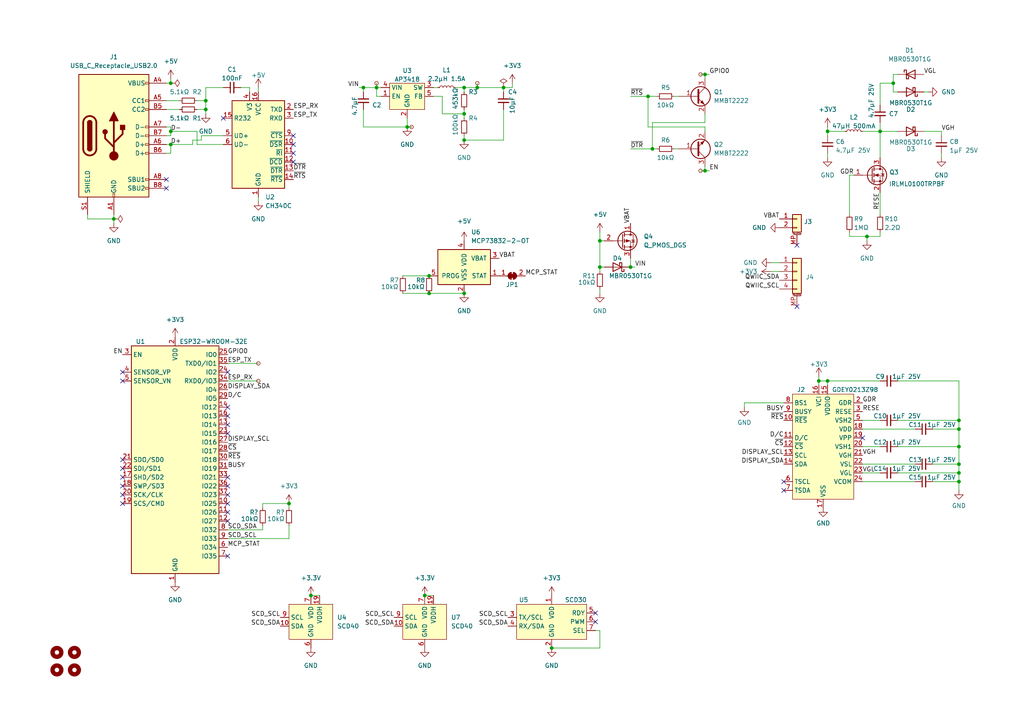
<source format=kicad_sch>
(kicad_sch (version 20211123) (generator eeschema)
  (paper "A4")
  (lib_symbols
    (symbol "Battery_Management:MCP73832-2-OT" (pin_names (offset 1.016))
      (property "Reference" "U" (at -7.62 6.35 0))
      (property "Value" "MCP73832-2-OT" (at 1.27 6.35 0))
      (symbol "MCP73832-2-OT_1_1"
        (pin output line (at 10.16 -2.54 180) (length 2.54) (name "STAT") (number "1"))
        (pin power_in line (at 0 -7.62 90) (length 2.54) (name "VSS") (number "2"))
        (pin power_out line (at 10.16 2.54 180) (length 2.54) (name "VBAT") (number "3"))
        (pin power_in line (at 0 7.62 270) (length 2.54) (name "VDD") (number "4"))
        (pin input line (at -10.16 -2.54 0) (length 2.54) (name "PROG") (number "5"))
      )
    )
    (symbol "Connector:TestPoint_Small" (pin_numbers hide) (pin_names (offset 0.762) hide)
      (property "Reference" "TP" (at 0 3.81 0))
      (property "Value" "TestPoint_Small" (at 0 2.032 0))
      (symbol "TestPoint_Small_1_1"
        (pin passive line (at 0 0 90) (length 0) (name "1") (number "1"))
      )
    )
    (symbol "Connector:USB_C_Receptacle_USB2.0" (pin_names (offset 1.016))
      (property "Reference" "J" (at -10.16 19.05 0))
      (property "Value" "USB_C_Receptacle_USB2.0" (at 19.05 19.05 0))
      (symbol "USB_C_Receptacle_USB2.0_1_1"
        (pin passive line (at 0 -22.86 90) (length 5.08) (name "GND") (number "A1"))
        (pin passive line (at 0 -22.86 90) (length 5.08) hide (name "GND") (number "A12"))
        (pin passive line (at 15.24 15.24 180) (length 5.08) (name "VBUS") (number "A4"))
        (pin bidirectional line (at 15.24 10.16 180) (length 5.08) (name "CC1") (number "A5"))
        (pin bidirectional line (at 15.24 -2.54 180) (length 5.08) (name "D+") (number "A6"))
        (pin bidirectional line (at 15.24 2.54 180) (length 5.08) (name "D-") (number "A7"))
        (pin bidirectional line (at 15.24 -12.7 180) (length 5.08) (name "SBU1") (number "A8"))
        (pin passive line (at 15.24 15.24 180) (length 5.08) hide (name "VBUS") (number "A9"))
        (pin passive line (at 0 -22.86 90) (length 5.08) hide (name "GND") (number "B1"))
        (pin passive line (at 0 -22.86 90) (length 5.08) hide (name "GND") (number "B12"))
        (pin passive line (at 15.24 15.24 180) (length 5.08) hide (name "VBUS") (number "B4"))
        (pin bidirectional line (at 15.24 7.62 180) (length 5.08) (name "CC2") (number "B5"))
        (pin bidirectional line (at 15.24 -5.08 180) (length 5.08) (name "D+") (number "B6"))
        (pin bidirectional line (at 15.24 0 180) (length 5.08) (name "D-") (number "B7"))
        (pin bidirectional line (at 15.24 -15.24 180) (length 5.08) (name "SBU2") (number "B8"))
        (pin passive line (at 15.24 15.24 180) (length 5.08) hide (name "VBUS") (number "B9"))
        (pin passive line (at -7.62 -22.86 90) (length 5.08) (name "SHIELD") (number "S1"))
      )
    )
    (symbol "Connector_Generic_MountingPin:Conn_01x02_MountingPin" (pin_names (offset 1.016) hide)
      (property "Reference" "J" (at 0 2.54 0))
      (property "Value" "Conn_01x02_MountingPin" (at 1.27 -5.08 0))
      (symbol "Conn_01x02_MountingPin_1_1"
        (text "Mounting" (at 0 -4.191 0) (effects (font (size 0.381 0.381))))
        (pin passive line (at -5.08 0 0) (length 3.81) (name "Pin_1") (number "1"))
        (pin passive line (at -5.08 -2.54 0) (length 3.81) (name "Pin_2") (number "2"))
        (pin passive line (at 0 -7.62 90) (length 3.048) (name "MountPin") (number "MP"))
      )
    )
    (symbol "Connector_Generic_MountingPin:Conn_01x04_MountingPin" (pin_names (offset 1.016) hide)
      (property "Reference" "J" (at 0 5.08 0))
      (property "Value" "Conn_01x04_MountingPin" (at 1.27 -7.62 0))
      (symbol "Conn_01x04_MountingPin_1_1"
        (text "Mounting" (at 0 -6.731 0) (effects (font (size 0.381 0.381))))
        (pin passive line (at -5.08 2.54 0) (length 3.81) (name "Pin_1") (number "1"))
        (pin passive line (at -5.08 0 0) (length 3.81) (name "Pin_2") (number "2"))
        (pin passive line (at -5.08 -2.54 0) (length 3.81) (name "Pin_3") (number "3"))
        (pin passive line (at -5.08 -5.08 0) (length 3.81) (name "Pin_4") (number "4"))
        (pin passive line (at 0 -10.16 90) (length 3.048) (name "MountPin") (number "MP"))
      )
    )
    (symbol "Device:C_Small" (pin_numbers hide) (pin_names (offset 0.254) hide)
      (property "Reference" "C" (at 0.254 1.778 0))
      (property "Value" "C_Small" (at 0.254 -2.032 0))
      (symbol "C_Small_1_1"
        (pin passive line (at 0 2.54 270) (length 2.032) (name "~") (number "1"))
        (pin passive line (at 0 -2.54 90) (length 2.032) (name "~") (number "2"))
      )
    )
    (symbol "Device:L_Small" (pin_numbers hide) (pin_names (offset 0.254) hide)
      (property "Reference" "L" (at 0.762 1.016 0))
      (property "Value" "L_Small" (at 0.762 -1.016 0))
      (symbol "L_Small_1_1"
        (pin passive line (at 0 2.54 270) (length 0.508) (name "~") (number "1"))
        (pin passive line (at 0 -2.54 90) (length 0.508) (name "~") (number "2"))
      )
    )
    (symbol "Device:Q_NMOS_GSD" (pin_names (offset 0) hide)
      (property "Reference" "Q" (at 5.08 1.27 0))
      (property "Value" "Q_NMOS_GSD" (at 5.08 -1.27 0))
      (symbol "Q_NMOS_GSD_1_1"
        (pin input line (at -5.08 0 0) (length 2.54) (name "G") (number "1"))
        (pin passive line (at 2.54 -5.08 90) (length 2.54) (name "S") (number "2"))
        (pin passive line (at 2.54 5.08 270) (length 2.54) (name "D") (number "3"))
      )
    )
    (symbol "Device:Q_NPN_BEC" (pin_names (offset 0) hide)
      (property "Reference" "Q" (at 5.08 1.27 0))
      (property "Value" "Q_NPN_BEC" (at 5.08 -1.27 0))
      (symbol "Q_NPN_BEC_1_1"
        (pin input line (at -5.08 0 0) (length 5.715) (name "B") (number "1"))
        (pin passive line (at 2.54 -5.08 90) (length 2.54) (name "E") (number "2"))
        (pin passive line (at 2.54 5.08 270) (length 2.54) (name "C") (number "3"))
      )
    )
    (symbol "Device:Q_PMOS_DGS" (pin_names (offset 0) hide)
      (property "Reference" "Q" (at 5.08 1.27 0))
      (property "Value" "Q_PMOS_DGS" (at 5.08 -1.27 0))
      (symbol "Q_PMOS_DGS_1_1"
        (pin passive line (at 2.54 5.08 270) (length 2.54) (name "D") (number "1"))
        (pin input line (at -5.08 0 0) (length 2.54) (name "G") (number "2"))
        (pin passive line (at 2.54 -5.08 90) (length 2.54) (name "S") (number "3"))
      )
    )
    (symbol "Device:R_Small" (pin_numbers hide) (pin_names (offset 0.254) hide)
      (property "Reference" "R" (at 0.762 0.508 0))
      (property "Value" "R_Small" (at 0.762 -1.016 0))
      (symbol "R_Small_1_1"
        (pin passive line (at 0 2.54 270) (length 0.762) (name "~") (number "1"))
        (pin passive line (at 0 -2.54 90) (length 0.762) (name "~") (number "2"))
      )
    )
    (symbol "Diode:MBR0530" (pin_numbers hide) (pin_names (offset 1.016) hide)
      (property "Reference" "D" (at 0 2.54 0))
      (property "Value" "MBR0530" (at 0 -2.54 0))
      (symbol "MBR0530_1_1"
        (pin passive line (at -3.81 0 0) (length 2.54) (name "K") (number "1"))
        (pin passive line (at 3.81 0 180) (length 2.54) (name "A") (number "2"))
      )
    )
    (symbol "Interface_USB:CH340C"
      (property "Reference" "U" (at -5.08 13.97 0))
      (property "Value" "CH340C" (at 1.27 13.97 0))
      (symbol "CH340C_1_1"
        (pin power_in line (at 0 -15.24 90) (length 2.54) (name "GND") (number "1"))
        (pin input line (at 10.16 0 180) (length 2.54) (name "~{DSR}") (number "10"))
        (pin input line (at 10.16 -2.54 180) (length 2.54) (name "~{RI}") (number "11"))
        (pin input line (at 10.16 -5.08 180) (length 2.54) (name "~{DCD}") (number "12"))
        (pin output line (at 10.16 -7.62 180) (length 2.54) (name "~{DTR}") (number "13"))
        (pin output line (at 10.16 -10.16 180) (length 2.54) (name "~{RTS}") (number "14"))
        (pin input line (at -10.16 7.62 0) (length 2.54) (name "R232") (number "15"))
        (pin power_in line (at 0 15.24 270) (length 2.54) (name "VCC") (number "16"))
        (pin output line (at 10.16 10.16 180) (length 2.54) (name "TXD") (number "2"))
        (pin input line (at 10.16 7.62 180) (length 2.54) (name "RXD") (number "3"))
        (pin passive line (at -2.54 15.24 270) (length 2.54) (name "V3") (number "4"))
        (pin bidirectional line (at -10.16 2.54 0) (length 2.54) (name "UD+") (number "5"))
        (pin bidirectional line (at -10.16 0 0) (length 2.54) (name "UD-") (number "6"))
        (pin no_connect line (at -7.62 -7.62 0) (length 2.54) hide (name "NC") (number "7"))
        (pin no_connect line (at -7.62 -10.16 0) (length 2.54) hide (name "NC") (number "8"))
        (pin input line (at 10.16 2.54 180) (length 2.54) (name "~{CTS}") (number "9"))
      )
    )
    (symbol "Jumper:SolderJumper_2_Bridged" (pin_names (offset 0) hide)
      (property "Reference" "JP" (at 0 2.032 0))
      (property "Value" "SolderJumper_2_Bridged" (at 0 -2.54 0))
      (symbol "SolderJumper_2_Bridged_1_1"
        (pin passive line (at -3.81 0 0) (length 2.54) (name "A") (number "1"))
        (pin passive line (at 3.81 0 180) (length 2.54) (name "B") (number "2"))
      )
    )
    (symbol "Mechanical:MountingHole" (pin_names (offset 1.016))
      (property "Reference" "H" (at 0 5.08 0))
      (property "Value" "MountingHole" (at 0 3.175 0))
    )
    (symbol "RF_Module:ESP32-WROOM-32"
      (property "Reference" "U" (at -12.7 34.29 0))
      (property "Value" "ESP32-WROOM-32" (at 1.27 34.29 0))
      (symbol "ESP32-WROOM-32_1_1"
        (pin power_in line (at 0 -35.56 90) (length 2.54) (name "GND") (number "1"))
        (pin bidirectional line (at 15.24 -12.7 180) (length 2.54) (name "IO25") (number "10"))
        (pin bidirectional line (at 15.24 -15.24 180) (length 2.54) (name "IO26") (number "11"))
        (pin bidirectional line (at 15.24 -17.78 180) (length 2.54) (name "IO27") (number "12"))
        (pin bidirectional line (at 15.24 10.16 180) (length 2.54) (name "IO14") (number "13"))
        (pin bidirectional line (at 15.24 15.24 180) (length 2.54) (name "IO12") (number "14"))
        (pin passive line (at 0 -35.56 90) (length 2.54) hide (name "GND") (number "15"))
        (pin bidirectional line (at 15.24 12.7 180) (length 2.54) (name "IO13") (number "16"))
        (pin bidirectional line (at -15.24 -5.08 0) (length 2.54) (name "SHD/SD2") (number "17"))
        (pin bidirectional line (at -15.24 -7.62 0) (length 2.54) (name "SWP/SD3") (number "18"))
        (pin bidirectional line (at -15.24 -12.7 0) (length 2.54) (name "SCS/CMD") (number "19"))
        (pin power_in line (at 0 35.56 270) (length 2.54) (name "VDD") (number "2"))
        (pin bidirectional line (at -15.24 -10.16 0) (length 2.54) (name "SCK/CLK") (number "20"))
        (pin bidirectional line (at -15.24 0 0) (length 2.54) (name "SDO/SD0") (number "21"))
        (pin bidirectional line (at -15.24 -2.54 0) (length 2.54) (name "SDI/SD1") (number "22"))
        (pin bidirectional line (at 15.24 7.62 180) (length 2.54) (name "IO15") (number "23"))
        (pin bidirectional line (at 15.24 25.4 180) (length 2.54) (name "IO2") (number "24"))
        (pin bidirectional line (at 15.24 30.48 180) (length 2.54) (name "IO0") (number "25"))
        (pin bidirectional line (at 15.24 20.32 180) (length 2.54) (name "IO4") (number "26"))
        (pin bidirectional line (at 15.24 5.08 180) (length 2.54) (name "IO16") (number "27"))
        (pin bidirectional line (at 15.24 2.54 180) (length 2.54) (name "IO17") (number "28"))
        (pin bidirectional line (at 15.24 17.78 180) (length 2.54) (name "IO5") (number "29"))
        (pin input line (at -15.24 30.48 0) (length 2.54) (name "EN") (number "3"))
        (pin bidirectional line (at 15.24 0 180) (length 2.54) (name "IO18") (number "30"))
        (pin bidirectional line (at 15.24 -2.54 180) (length 2.54) (name "IO19") (number "31"))
        (pin no_connect line (at -12.7 -27.94 0) (length 2.54) hide (name "NC") (number "32"))
        (pin bidirectional line (at 15.24 -5.08 180) (length 2.54) (name "IO21") (number "33"))
        (pin bidirectional line (at 15.24 22.86 180) (length 2.54) (name "RXD0/IO3") (number "34"))
        (pin bidirectional line (at 15.24 27.94 180) (length 2.54) (name "TXD0/IO1") (number "35"))
        (pin bidirectional line (at 15.24 -7.62 180) (length 2.54) (name "IO22") (number "36"))
        (pin bidirectional line (at 15.24 -10.16 180) (length 2.54) (name "IO23") (number "37"))
        (pin passive line (at 0 -35.56 90) (length 2.54) hide (name "GND") (number "38"))
        (pin passive line (at 0 -35.56 90) (length 2.54) hide (name "GND") (number "39"))
        (pin input line (at -15.24 25.4 0) (length 2.54) (name "SENSOR_VP") (number "4"))
        (pin input line (at -15.24 22.86 0) (length 2.54) (name "SENSOR_VN") (number "5"))
        (pin input line (at 15.24 -25.4 180) (length 2.54) (name "IO34") (number "6"))
        (pin input line (at 15.24 -27.94 180) (length 2.54) (name "IO35") (number "7"))
        (pin bidirectional line (at 15.24 -20.32 180) (length 2.54) (name "IO32") (number "8"))
        (pin bidirectional line (at 15.24 -22.86 180) (length 2.54) (name "IO33") (number "9"))
      )
    )
    (symbol "minico2:AP3418"
      (property "Reference" "U" (at -5.08 5.08 0))
      (property "Value" "AP3418" (at 2.54 5.08 0))
      (symbol "AP3418_1_1"
        (pin input line (at -7.62 0 0) (length 2.54) (name "EN") (number "1"))
        (pin power_in line (at 0 -6.35 90) (length 2.54) (name "GND") (number "2"))
        (pin power_out line (at 7.62 2.54 180) (length 2.54) (name "SW") (number "3"))
        (pin power_in line (at -7.62 2.54 0) (length 2.54) (name "VIN") (number "4"))
        (pin input line (at 7.62 0 180) (length 2.54) (name "FB") (number "5"))
      )
    )
    (symbol "minico2:GDEY0213Z98"
      (property "Reference" "J" (at 3.81 17.78 0))
      (property "Value" "GDEY0213Z98" (at -11.43 17.78 0))
      (symbol "GDEY0213Z98_1_1"
        (pin input line (at -11.43 7.62 0) (length 2.54) (name "~{RES}") (number "10"))
        (pin input line (at -11.43 2.54 0) (length 2.54) (name "D/C") (number "11"))
        (pin input line (at -11.43 0 0) (length 2.54) (name "~{CS}") (number "12"))
        (pin input line (at -11.43 -2.54 0) (length 2.54) (name "SCL") (number "13"))
        (pin bidirectional line (at -11.43 -5.08 0) (length 2.54) (name "SDA") (number "14"))
        (pin power_in line (at 1.27 17.78 270) (length 2.54) (name "VDDIO") (number "15"))
        (pin power_in line (at -1.27 17.78 270) (length 2.54) (name "VCI") (number "16"))
        (pin power_in line (at 0 -17.78 90) (length 2.54) (name "VSS") (number "17"))
        (pin passive line (at 11.43 5.08 180) (length 2.54) (name "VDD") (number "18"))
        (pin unspecified line (at 11.43 2.54 180) (length 2.54) (name "VPP") (number "19"))
        (pin output line (at 11.43 12.7 180) (length 2.54) (name "GDR") (number "2"))
        (pin passive line (at 11.43 0 180) (length 2.54) (name "VSH1") (number "20"))
        (pin passive line (at 11.43 -2.54 180) (length 2.54) (name "VGH") (number "21"))
        (pin passive line (at 11.43 -5.08 180) (length 2.54) (name "VSL") (number "22"))
        (pin passive line (at 11.43 -7.62 180) (length 2.54) (name "VGL") (number "23"))
        (pin passive line (at 11.43 -10.16 180) (length 2.54) (name "VCOM") (number "24"))
        (pin input line (at 11.43 10.16 180) (length 2.54) (name "RESE") (number "3"))
        (pin passive line (at 11.43 7.62 180) (length 2.54) (name "VSH2") (number "5"))
        (pin output line (at -11.43 -10.16 0) (length 2.54) (name "TSCL") (number "6"))
        (pin bidirectional line (at -11.43 -12.7 0) (length 2.54) (name "TSDA") (number "7"))
        (pin input line (at -11.43 12.7 0) (length 2.54) (name "BS1") (number "8"))
        (pin output line (at -11.43 10.16 0) (length 2.54) (name "BUSY") (number "9"))
      )
    )
    (symbol "minico2:SCD30"
      (property "Reference" "U" (at -9.525 6.35 0))
      (property "Value" "SCD30" (at 6.985 6.35 0))
      (symbol "SCD30_1_1"
        (pin power_in line (at 0 7.62 270) (length 2.54) (name "VDD") (number "1"))
        (pin power_in line (at 0 -7.62 90) (length 2.54) (name "GND") (number "2"))
        (pin bidirectional line (at -12.7 1.27 0) (length 2.54) (name "TX/SCL") (number "3"))
        (pin bidirectional line (at -12.7 -1.27 0) (length 2.54) (name "RX/SDA") (number "4"))
        (pin output line (at 12.7 2.54 180) (length 2.54) (name "RDY") (number "5"))
        (pin output line (at 12.7 0 180) (length 2.54) (name "PWM") (number "6"))
        (pin input line (at 12.7 -2.54 180) (length 2.54) (name "SEL") (number "7"))
      )
    )
    (symbol "minico2:SCD40"
      (property "Reference" "U" (at -5.715 6.35 0))
      (property "Value" "SCD40" (at 6.985 6.35 0))
      (symbol "SCD40_1_1"
        (pin bidirectional line (at -8.89 -1.27 0) (length 2.54) (name "SDA") (number "10"))
        (pin power_in line (at 2.54 7.62 270) (length 2.54) (name "VDDH") (number "19"))
        (pin power_in line (at 0 -7.62 90) (length 2.54) hide (name "GND") (number "20"))
        (pin power_in line (at 0 -7.62 90) (length 2.54) hide (name "GND") (number "21"))
        (pin power_in line (at 0 -7.62 90) (length 2.54) (name "GND") (number "6"))
        (pin power_in line (at 0 7.62 270) (length 2.54) (name "VDD") (number "7"))
        (pin bidirectional line (at -8.89 1.27 0) (length 2.54) (name "SCL") (number "9"))
      )
    )
    (symbol "power:+3.3V" (power) (pin_names (offset 0))
      (property "Value" "+3.3V" (at 0 3.556 0))
      (symbol "+3.3V_1_1"
        (pin power_in line (at 0 0 90) (length 0) hide (name "+3.3V") (number "1"))
      )
    )
    (symbol "power:+3V3" (power) (pin_names (offset 0))
      (property "Value" "+3V3" (at 0 3.556 0))
      (symbol "+3V3_1_1"
        (pin power_in line (at 0 0 90) (length 0) hide (name "+3V3") (number "1"))
      )
    )
    (symbol "power:+5V" (power) (pin_names (offset 0))
      (property "Value" "+5V" (at 0 3.556 0))
      (symbol "+5V_1_1"
        (pin power_in line (at 0 0 90) (length 0) hide (name "+5V") (number "1"))
      )
    )
    (symbol "power:GND" (power) (pin_names (offset 0))
      (property "Value" "GND" (at 0 -3.81 0))
      (symbol "GND_1_1"
        (pin power_in line (at 0 0 270) (length 0) hide (name "GND") (number "1"))
      )
    )
    (symbol "power:PWR_FLAG" (power) (pin_numbers hide) (pin_names (offset 0) hide)
      (property "Value" "PWR_FLAG" (at 0 3.81 0))
      (symbol "PWR_FLAG_0_0"
        (pin power_out line (at 0 0 90) (length 0) (name "pwr") (number "1"))
      )
    )
  )
  (junction (at 278.13 134.62))
  (junction (at 134.62 85.09))
  (junction (at 124.46 85.09))
  (junction (at 90.17 172.72))
  (junction (at 59.69 31.75))
  (junction (at 237.49 110.49))
  (junction (at 240.03 38.1))
  (junction (at 278.13 124.46))
  (junction (at 278.13 139.7))
  (junction (at 251.46 68.58))
  (junction (at 124.46 80.01))
  (junction (at 255.27 38.1))
  (junction (at 123.19 172.72))
  (junction (at 146.05 25.4))
  (junction (at 189.23 43.18))
  (junction (at 278.13 137.16))
  (junction (at 278.13 121.92))
  (junction (at 259.08 24.13))
  (junction (at 118.11 36.83))
  (junction (at 187.96 27.94))
  (junction (at 138.43 25.4))
  (junction (at 173.99 69.85))
  (junction (at 105.41 25.4))
  (junction (at 134.62 40.64))
  (junction (at 109.22 25.4))
  (junction (at 134.62 33.02))
  (junction (at 173.99 77.47))
  (junction (at 49.53 41.91))
  (junction (at 49.53 24.13))
  (junction (at 33.02 63.5))
  (junction (at 134.62 25.4))
  (junction (at 160.02 187.96))
  (junction (at 204.47 49.53))
  (junction (at 49.53 38.1))
  (junction (at 240.03 110.49))
  (junction (at 59.69 29.21))
  (junction (at 204.47 21.59))
  (junction (at 83.82 146.05))
  (junction (at 182.88 77.47))
  (junction (at 278.13 129.54))
  (no_connect (at 231.14 71.12))
  (no_connect (at 231.14 88.9))
  (no_connect (at 172.72 177.8))
  (no_connect (at 172.72 180.34))
  (no_connect (at 48.26 52.07))
  (no_connect (at 48.26 54.61))
  (no_connect (at 227.33 142.24))
  (no_connect (at 227.33 139.7))
  (no_connect (at 250.19 127))
  (no_connect (at 35.56 107.95))
  (no_connect (at 35.56 110.49))
  (no_connect (at 66.04 107.95))
  (no_connect (at 35.56 146.05))
  (no_connect (at 35.56 143.51))
  (no_connect (at 35.56 140.97))
  (no_connect (at 35.56 138.43))
  (no_connect (at 35.56 135.89))
  (no_connect (at 35.56 133.35))
  (no_connect (at 66.04 140.97))
  (no_connect (at 66.04 146.05))
  (no_connect (at 66.04 143.51))
  (no_connect (at 66.04 123.19))
  (no_connect (at 66.04 118.11))
  (no_connect (at 66.04 120.65))
  (no_connect (at 66.04 148.59))
  (no_connect (at 66.04 161.29))
  (no_connect (at 66.04 151.13))
  (no_connect (at 85.09 39.37))
  (no_connect (at 85.09 41.91))
  (no_connect (at 85.09 44.45))
  (no_connect (at 85.09 46.99))
  (no_connect (at 66.04 125.73))
  (no_connect (at 64.77 34.29))
  (no_connect (at 66.04 138.43))
  (wire (pts (xy 278.13 129.54) (xy 278.13 134.62)))
  (wire (pts (xy 267.97 38.1) (xy 273.05 38.1)))
  (wire (pts (xy 48.26 41.91) (xy 49.53 41.91)))
  (wire (pts (xy 134.62 26.67) (xy 134.62 25.4)))
  (wire (pts (xy 250.19 121.92) (xy 255.27 121.92)))
  (wire (pts (xy 134.62 25.4) (xy 132.08 25.4)))
  (wire (pts (xy 189.23 35.56) (xy 189.23 43.18)))
  (wire (pts (xy 173.99 83.82) (xy 173.99 85.09)))
  (wire (pts (xy 74.93 57.15) (xy 74.93 58.42)))
  (wire (pts (xy 173.99 67.31) (xy 173.99 69.85)))
  (wire (pts (xy 278.13 121.92) (xy 278.13 124.46)))
  (wire (pts (xy 76.2 147.32) (xy 76.2 146.05)))
  (wire (pts (xy 278.13 110.49) (xy 278.13 121.92)))
  (wire (pts (xy 270.51 134.62) (xy 278.13 134.62)))
  (wire (pts (xy 189.23 43.18) (xy 190.5 43.18)))
  (wire (pts (xy 237.49 110.49) (xy 240.03 110.49)))
  (wire (pts (xy 267.97 26.67) (xy 269.24 26.67)))
  (wire (pts (xy 59.69 25.4) (xy 59.69 29.21)))
  (wire (pts (xy 104.14 25.4) (xy 105.41 25.4)))
  (wire (pts (xy 49.53 24.13) (xy 49.53 22.86)))
  (wire (pts (xy 204.47 35.56) (xy 189.23 35.56)))
  (wire (pts (xy 76.2 146.05) (xy 83.82 146.05)))
  (wire (pts (xy 57.15 41.91) (xy 64.77 41.91)))
  (wire (pts (xy 204.47 38.1) (xy 204.47 36.83)))
  (wire (pts (xy 109.22 27.94) (xy 109.22 25.4)))
  (wire (pts (xy 48.26 24.13) (xy 49.53 24.13)))
  (wire (pts (xy 146.05 25.4) (xy 146.05 26.67)))
  (wire (pts (xy 105.41 31.75) (xy 105.41 36.83)))
  (wire (pts (xy 59.69 29.21) (xy 59.69 31.75)))
  (wire (pts (xy 223.52 78.74) (xy 226.06 78.74)))
  (wire (pts (xy 259.08 21.59) (xy 259.08 24.13)))
  (wire (pts (xy 250.19 38.1) (xy 255.27 38.1)))
  (wire (pts (xy 66.04 110.49) (xy 74.93 110.49)))
  (wire (pts (xy 118.11 36.83) (xy 119.38 36.83)))
  (wire (pts (xy 138.43 25.4) (xy 146.05 25.4)))
  (wire (pts (xy 203.2 21.59) (xy 204.47 21.59)))
  (wire (pts (xy 260.35 21.59) (xy 259.08 21.59)))
  (wire (pts (xy 278.13 110.49) (xy 260.35 110.49)))
  (wire (pts (xy 105.41 25.4) (xy 109.22 25.4)))
  (wire (pts (xy 138.43 24.13) (xy 138.43 25.4)))
  (wire (pts (xy 250.19 124.46) (xy 265.43 124.46)))
  (wire (pts (xy 251.46 68.58) (xy 251.46 69.85)))
  (wire (pts (xy 182.88 74.93) (xy 182.88 77.47)))
  (wire (pts (xy 273.05 44.45) (xy 273.05 45.72)))
  (wire (pts (xy 240.03 38.1) (xy 240.03 36.83)))
  (wire (pts (xy 109.22 25.4) (xy 110.49 25.4)))
  (wire (pts (xy 134.62 33.02) (xy 134.62 34.29)))
  (wire (pts (xy 128.27 27.94) (xy 125.73 27.94)))
  (wire (pts (xy 66.04 105.41) (xy 74.93 105.41)))
  (wire (pts (xy 278.13 134.62) (xy 278.13 137.16)))
  (wire (pts (xy 227.33 116.84) (xy 215.9 116.84)))
  (wire (pts (xy 105.41 25.4) (xy 105.41 26.67)))
  (wire (pts (xy 25.4 63.5) (xy 33.02 63.5)))
  (wire (pts (xy 66.04 153.67) (xy 76.2 153.67)))
  (wire (pts (xy 49.53 36.83) (xy 49.53 38.1)))
  (wire (pts (xy 250.19 129.54) (xy 255.27 129.54)))
  (wire (pts (xy 123.19 172.72) (xy 125.73 172.72)))
  (wire (pts (xy 270.51 139.7) (xy 278.13 139.7)))
  (wire (pts (xy 90.17 172.72) (xy 92.71 172.72)))
  (wire (pts (xy 58.42 40.64) (xy 58.42 39.37)))
  (wire (pts (xy 237.49 109.22) (xy 237.49 110.49)))
  (wire (pts (xy 278.13 139.7) (xy 278.13 142.24)))
  (wire (pts (xy 74.93 25.4) (xy 74.93 26.67)))
  (wire (pts (xy 59.69 31.75) (xy 57.15 31.75)))
  (wire (pts (xy 204.47 21.59) (xy 205.74 21.59)))
  (wire (pts (xy 173.99 77.47) (xy 175.26 77.47)))
  (wire (pts (xy 260.35 129.54) (xy 278.13 129.54)))
  (wire (pts (xy 33.02 63.5) (xy 33.02 62.23)))
  (wire (pts (xy 173.99 77.47) (xy 173.99 78.74)))
  (wire (pts (xy 215.9 116.84) (xy 215.9 118.11)))
  (wire (pts (xy 146.05 25.4) (xy 148.59 25.4)))
  (wire (pts (xy 59.69 25.4) (xy 64.77 25.4)))
  (wire (pts (xy 182.88 77.47) (xy 184.15 77.47)))
  (wire (pts (xy 247.65 50.8) (xy 246.38 50.8)))
  (wire (pts (xy 175.26 69.85) (xy 173.99 69.85)))
  (wire (pts (xy 195.58 43.18) (xy 196.85 43.18)))
  (wire (pts (xy 260.35 121.92) (xy 278.13 121.92)))
  (wire (pts (xy 240.03 110.49) (xy 255.27 110.49)))
  (wire (pts (xy 109.22 24.13) (xy 109.22 25.4)))
  (wire (pts (xy 48.26 29.21) (xy 52.07 29.21)))
  (wire (pts (xy 146.05 31.75) (xy 146.05 40.64)))
  (wire (pts (xy 134.62 39.37) (xy 134.62 40.64)))
  (wire (pts (xy 204.47 48.26) (xy 204.47 49.53)))
  (wire (pts (xy 48.26 36.83) (xy 49.53 36.83)))
  (wire (pts (xy 260.35 38.1) (xy 255.27 38.1)))
  (wire (pts (xy 259.08 24.13) (xy 259.08 26.67)))
  (wire (pts (xy 134.62 33.02) (xy 128.27 33.02)))
  (wire (pts (xy 255.27 38.1) (xy 255.27 35.56)))
  (wire (pts (xy 116.84 80.01) (xy 124.46 80.01)))
  (wire (pts (xy 255.27 24.13) (xy 255.27 30.48)))
  (wire (pts (xy 33.02 63.5) (xy 33.02 64.77)))
  (wire (pts (xy 260.35 137.16) (xy 278.13 137.16)))
  (wire (pts (xy 116.84 85.09) (xy 124.46 85.09)))
  (wire (pts (xy 173.99 187.96) (xy 160.02 187.96)))
  (wire (pts (xy 204.47 36.83) (xy 187.96 36.83)))
  (wire (pts (xy 146.05 40.64) (xy 134.62 40.64)))
  (wire (pts (xy 25.4 62.23) (xy 25.4 63.5)))
  (wire (pts (xy 246.38 50.8) (xy 246.38 62.23)))
  (wire (pts (xy 49.53 41.91) (xy 49.53 44.45)))
  (wire (pts (xy 83.82 146.05) (xy 83.82 147.32)))
  (wire (pts (xy 246.38 67.31) (xy 246.38 68.58)))
  (wire (pts (xy 278.13 124.46) (xy 278.13 129.54)))
  (wire (pts (xy 49.53 38.1) (xy 57.15 38.1)))
  (wire (pts (xy 76.2 152.4) (xy 76.2 153.67)))
  (wire (pts (xy 255.27 38.1) (xy 255.27 45.72)))
  (wire (pts (xy 250.19 134.62) (xy 265.43 134.62)))
  (wire (pts (xy 204.47 33.02) (xy 204.47 35.56)))
  (wire (pts (xy 172.72 182.88) (xy 173.99 182.88)))
  (wire (pts (xy 195.58 27.94) (xy 196.85 27.94)))
  (wire (pts (xy 128.27 33.02) (xy 128.27 27.94)))
  (wire (pts (xy 278.13 137.16) (xy 278.13 139.7)))
  (wire (pts (xy 49.53 44.45) (xy 48.26 44.45)))
  (wire (pts (xy 55.88 41.91) (xy 55.88 40.64)))
  (wire (pts (xy 55.88 40.64) (xy 58.42 40.64)))
  (wire (pts (xy 125.73 25.4) (xy 127 25.4)))
  (wire (pts (xy 66.04 156.21) (xy 83.82 156.21)))
  (wire (pts (xy 273.05 38.1) (xy 273.05 39.37)))
  (wire (pts (xy 187.96 27.94) (xy 190.5 27.94)))
  (wire (pts (xy 259.08 26.67) (xy 260.35 26.67)))
  (wire (pts (xy 173.99 69.85) (xy 173.99 77.47)))
  (wire (pts (xy 245.11 38.1) (xy 240.03 38.1)))
  (wire (pts (xy 134.62 25.4) (xy 138.43 25.4)))
  (wire (pts (xy 187.96 36.83) (xy 187.96 27.94)))
  (wire (pts (xy 204.47 49.53) (xy 205.74 49.53)))
  (wire (pts (xy 270.51 124.46) (xy 278.13 124.46)))
  (wire (pts (xy 49.53 41.91) (xy 55.88 41.91)))
  (wire (pts (xy 259.08 24.13) (xy 255.27 24.13)))
  (wire (pts (xy 255.27 68.58) (xy 255.27 67.31)))
  (wire (pts (xy 48.26 31.75) (xy 52.07 31.75)))
  (wire (pts (xy 110.49 27.94) (xy 109.22 27.94)))
  (wire (pts (xy 246.38 68.58) (xy 251.46 68.58)))
  (wire (pts (xy 237.49 110.49) (xy 237.49 111.76)))
  (wire (pts (xy 182.88 27.94) (xy 187.96 27.94)))
  (wire (pts (xy 182.88 43.18) (xy 189.23 43.18)))
  (wire (pts (xy 250.19 137.16) (xy 255.27 137.16)))
  (wire (pts (xy 240.03 38.1) (xy 240.03 39.37)))
  (wire (pts (xy 134.62 31.75) (xy 134.62 33.02)))
  (wire (pts (xy 69.85 25.4) (xy 72.39 25.4)))
  (wire (pts (xy 240.03 110.49) (xy 240.03 111.76)))
  (wire (pts (xy 250.19 139.7) (xy 265.43 139.7)))
  (wire (pts (xy 49.53 39.37) (xy 48.26 39.37)))
  (wire (pts (xy 251.46 68.58) (xy 255.27 68.58)))
  (wire (pts (xy 83.82 156.21) (xy 83.82 152.4)))
  (wire (pts (xy 72.39 26.67) (xy 72.39 25.4)))
  (wire (pts (xy 58.42 39.37) (xy 64.77 39.37)))
  (wire (pts (xy 57.15 29.21) (xy 59.69 29.21)))
  (wire (pts (xy 255.27 55.88) (xy 255.27 62.23)))
  (wire (pts (xy 148.59 25.4) (xy 148.59 24.13)))
  (wire (pts (xy 223.52 76.2) (xy 226.06 76.2)))
  (wire (pts (xy 240.03 44.45) (xy 240.03 45.72)))
  (wire (pts (xy 49.53 38.1) (xy 49.53 39.37)))
  (wire (pts (xy 204.47 22.86) (xy 204.47 21.59)))
  (wire (pts (xy 59.69 31.75) (xy 59.69 33.02)))
  (wire (pts (xy 118.11 34.29) (xy 118.11 36.83)))
  (wire (pts (xy 57.15 38.1) (xy 57.15 41.91)))
  (wire (pts (xy 105.41 36.83) (xy 118.11 36.83)))
  (wire (pts (xy 203.2 49.53) (xy 204.47 49.53)))
  (wire (pts (xy 124.46 85.09) (xy 134.62 85.09)))
  (wire (pts (xy 173.99 182.88) (xy 173.99 187.96)))
  (label "VBAT" (at 226.06 63.5 180))
  (label "SCD_SCL" (at 66.04 156.21 0))
  (label "BUSY" (at 66.04 135.89 0))
  (label "D-" (at 49.53 38.1 0))
  (label "VGL" (at 250.19 137.16 0))
  (label "QWIIC_SCL" (at 226.06 83.82 180))
  (label "ESP_TX" (at 85.09 34.29 0))
  (label "SCD_SDA" (at 66.04 153.67 0))
  (label "MCP_STAT" (at 66.04 158.75 0))
  (label "D+" (at 49.53 41.91 0))
  (label "SCD_SDA" (at 114.3 181.61 180))
  (label "VGL" (at 267.97 21.59 0))
  (label "GPIO0" (at 205.74 21.59 0))
  (label "~{DTR}" (at 182.88 43.18 0))
  (label "BUSY" (at 227.33 119.38 180))
  (label "ESP_TX" (at 66.04 105.41 0))
  (label "ESP_RX" (at 66.04 110.49 0))
  (label "EN" (at 35.56 102.87 180))
  (label "~{RES}" (at 227.33 121.92 180))
  (label "VGH" (at 250.19 132.08 0))
  (label "VBAT" (at 144.78 74.93 0))
  (label "RESE" (at 255.27 55.88 270))
  (label "~{RES}" (at 66.04 133.35 0))
  (label "QWIIC_SDA" (at 226.06 81.28 180))
  (label "EN" (at 205.74 49.53 0))
  (label "VGH" (at 273.05 38.1 0))
  (label "GPIO0" (at 66.04 102.87 0))
  (label "SCD_SCL" (at 147.32 179.07 180))
  (label "D{slash}C" (at 227.33 127 180))
  (label "MCP_STAT" (at 152.4 80.01 0))
  (label "SCD_SCL" (at 114.3 179.07 180))
  (label "VIN" (at 104.14 25.4 180))
  (label "~{RTS}" (at 85.09 52.07 0))
  (label "SCD_SCL" (at 81.28 179.07 180))
  (label "GDR" (at 250.19 116.84 0))
  (label "DISPLAY_SDA" (at 66.04 113.03 0))
  (label "~{CS}" (at 227.33 129.54 180))
  (label "ESP_RX" (at 85.09 31.75 0))
  (label "GDR" (at 247.65 50.8 180))
  (label "DISPLAY_SCL" (at 66.04 128.27 0))
  (label "VBAT" (at 182.88 64.77 90))
  (label "DISPLAY_SDA" (at 227.33 134.62 180))
  (label "VIN" (at 184.15 77.47 0))
  (label "~{RTS}" (at 182.88 27.94 0))
  (label "~{DTR}" (at 85.09 49.53 0))
  (label "D{slash}C" (at 66.04 115.57 0))
  (label "SCD_SDA" (at 81.28 181.61 180))
  (label "RESE" (at 250.19 119.38 0))
  (label "~{CS}" (at 66.04 130.81 0))
  (label "SCD_SDA" (at 147.32 181.61 180))
  (label "DISPLAY_SCL" (at 227.33 132.08 180))
  (symbol (lib_id "power:GND") (at 134.62 40.64 0) (unit 1)
    (property "Reference" "#PWR010" (effects hide))
    (property "Value" "GND" (at 134.62 45.72 0))
  )
  (symbol (lib_id "power:PWR_FLAG") (at 33.02 63.5 270) (unit 1)
    (property "Reference" "#FLG03" (effects hide))
    (property "Value" "PWR_FLAG" (effects hide))
  )
  (symbol (lib_id "Device:R_Small") (at 173.99 81.28 180) (unit 1)
    (property "Reference" "R11" (at 168.91 80.01 0) (effects (justify right)))
    (property "Value" "10kΩ" (at 167.64 81.915 0) (effects (justify right)))
    (property "Footprint" "Resistor_SMD:R_0603_1608Metric" (effects hide))
  )
  (symbol (lib_id "Device:R_Small") (at 76.2 149.86 180) (unit 1)
    (property "Reference" "R?" (at 72.39 148.59 0) (effects (justify right)))
    (property "Value" "10kΩ" (at 69.85 150.495 0) (effects (justify right)))
    (property "Footprint" "Resistor_SMD:R_0603_1608Metric" (effects hide))
  )
  (symbol (lib_id "Diode:MBR0530") (at 264.16 26.67 180) (unit 1)
    (property "Reference" "D2" (at 264.16 31.75 0))
    (property "Value" "MBR0530T1G" (at 264.16 29.845 0))
    (property "Footprint" "Diode_SMD:D_SOD-123" (effects hide))
    (property "Datasheet" "https://www.onsemi.com/pdf/datasheet/mbr0530t1-d.pdf" (effects hide))
  )
  (symbol (lib_id "Device:R_Small") (at 116.84 82.55 180) (unit 1)
    (property "Reference" "R7" (at 113.03 81.28 0) (effects (justify right)))
    (property "Value" "10kΩ" (at 110.49 83.185 0) (effects (justify right)))
    (property "Footprint" "Resistor_SMD:R_0603_1608Metric" (effects hide))
  )
  (symbol (lib_id "Device:R_Small") (at 54.61 31.75 90) (unit 1)
    (property "Reference" "R1" (at 57.15 34.29 90))
    (property "Value" "5.1kΩ" (at 52.07 34.29 90))
    (property "Footprint" "Resistor_SMD:R_0603_1608Metric" (effects hide))
  )
  (symbol (lib_id "Connector_Generic_MountingPin:Conn_01x02_MountingPin") (at 231.14 63.5 0) (unit 1)
    (property "Reference" "J3" (at 233.172 64.2909 0) (effects (justify left)))
    (property "Value" "Conn_01x02_MountingPin" (effects hide))
    (property "Footprint" "Connector_JST:JST_PH_S2B-PH-SM4-TB_1x02-1MP_P2.00mm_Horizontal" (effects hide))
  )
  (symbol (lib_id "Device:R_Small") (at 255.27 64.77 0) (unit 1)
    (property "Reference" "R10" (at 256.54 63.5 0) (effects (justify left)))
    (property "Value" "2.2Ω" (at 256.54 66.04 0) (effects (justify left)))
    (property "Footprint" "Resistor_SMD:R_0603_1608Metric" (effects hide))
  )
  (symbol (lib_id "Device:C_Small") (at 257.81 110.49 90) (unit 1)
    (property "Reference" "C9" (at 255.27 109.22 90))
    (property "Value" "1µF 25V" (at 262.89 109.22 90))
    (property "Footprint" "Capacitor_SMD:C_0603_1608Metric" (effects hide))
  )
  (symbol (lib_id "Device:C_Small") (at 267.97 139.7 90) (unit 1)
    (property "Reference" "C15" (at 265.43 138.43 90))
    (property "Value" "1µF 25V" (at 273.05 138.43 90))
    (property "Footprint" "Capacitor_SMD:C_0603_1608Metric" (effects hide))
  )
  (symbol (lib_id "power:+3V3") (at 240.03 36.83 0) (unit 1)
    (property "Reference" "#PWR015" (effects hide))
    (property "Value" "+3V3" (at 240.03 31.75 0))
  )
  (symbol (lib_id "power:+3V3") (at 50.8 97.79 0) (unit 1)
    (property "Reference" "#PWR03" (effects hide))
    (property "Value" "+3V3" (at 50.8 92.71 0))
  )
  (symbol (lib_id "Diode:MBR0530") (at 264.16 21.59 0) (unit 1)
    (property "Reference" "D1" (at 263.8425 14.605 0))
    (property "Value" "MBR0530T1G" (at 263.8425 17.145 0))
    (property "Footprint" "Diode_SMD:D_SOD-123" (effects hide))
    (property "Datasheet" "https://www.onsemi.com/pdf/datasheet/mbr0530t1-d.pdf" (effects hide))
  )
  (symbol (lib_id "power:+3V3") (at 160.02 172.72 0) (unit 1)
    (property "Reference" "#PWR0101" (effects hide))
    (property "Value" "+3V3" (at 160.02 167.64 0))
  )
  (symbol (lib_id "Device:C_Small") (at 257.81 129.54 90) (unit 1)
    (property "Reference" "C12" (at 255.27 128.27 90))
    (property "Value" "1µF 25V" (at 262.89 128.27 90))
    (property "Footprint" "Capacitor_SMD:C_0603_1608Metric" (effects hide))
  )
  (symbol (lib_id "power:+3.3V") (at 123.19 172.72 0) (unit 1)
    (property "Reference" "#PWR020" (effects hide))
    (property "Value" "+3.3V" (at 123.19 167.64 0))
  )
  (symbol (lib_id "power:GND") (at 50.8 168.91 0) (unit 1)
    (property "Reference" "#PWR04" (effects hide))
    (property "Value" "GND" (at 50.8 173.99 0))
  )
  (symbol (lib_id "Device:R_Small") (at 134.62 36.83 0) (unit 1)
    (property "Reference" "R4" (at 135.89 34.29 0) (effects (justify left)))
    (property "Value" "100kΩ" (at 132.08 39.37 90) (effects (justify left)))
    (property "Footprint" "Resistor_SMD:R_0603_1608Metric" (effects hide))
  )
  (symbol (lib_id "Device:C_Small") (at 257.81 137.16 90) (unit 1)
    (property "Reference" "C14" (at 255.27 135.89 90))
    (property "Value" "1µF 25V" (at 262.89 135.89 90))
    (property "Footprint" "Capacitor_SMD:C_0603_1608Metric" (effects hide))
  )
  (symbol (lib_id "Connector:USB_C_Receptacle_USB2.0") (at 33.02 39.37 0) (unit 1)
    (property "Reference" "J1" (at 33.02 16.51 0))
    (property "Value" "USB_C_Receptacle_USB2.0" (at 33.02 19.05 0))
    (property "Footprint" "Connector_USB:USB_C_Receptacle_HRO_TYPE-C-31-M-12" (effects hide))
    (property "Datasheet" "https://www.usb.org/sites/default/files/documents/usb_type-c.zip" (effects hide))
  )
  (symbol (lib_id "Device:C_Small") (at 67.31 25.4 90) (unit 1)
    (property "Reference" "C1" (at 67.3163 20.1381 90))
    (property "Value" "100nF" (at 67.3163 22.675 90))
    (property "Footprint" "Capacitor_SMD:C_0603_1608Metric" (effects hide))
  )
  (symbol (lib_id "power:GND") (at 278.13 142.24 0) (unit 1)
    (property "Reference" "#PWR0106" (effects hide))
    (property "Value" "GND" (at 278.13 146.6834 0))
  )
  (symbol (lib_id "power:+3V3") (at 148.59 24.13 0) (unit 1)
    (property "Reference" "#PWR011" (effects hide))
    (property "Value" "+3V3" (at 148.59 19.05 0))
  )
  (symbol (lib_id "power:GND") (at 269.24 26.67 90) (unit 1)
    (property "Reference" "#PWR018" (effects hide))
    (property "Value" "GND" (at 273.05 26.6699 90) (effects (justify right)))
  )
  (symbol (lib_id "Device:Q_NPN_BEC") (at 201.93 27.94 0) (unit 1)
    (property "Reference" "Q1" (at 207.01 26.6699 0) (effects (justify left)))
    (property "Value" "MMBT2222" (at 207.01 29.2099 0) (effects (justify left)))
    (property "Footprint" "Package_TO_SOT_SMD:SOT-23" (effects hide))
    (property "Datasheet" "https://www.onsemi.com/pdf/datasheet/mmbt2222lt1-d.pdf" (effects hide))
  )
  (symbol (lib_id "Device:R_Small") (at 54.61 29.21 90) (mirror x) (unit 1)
    (property "Reference" "R2" (at 57.15 26.67 90))
    (property "Value" "5.1kΩ" (at 52.07 26.67 90))
    (property "Footprint" "Resistor_SMD:R_0603_1608Metric" (effects hide))
  )
  (symbol (lib_id "power:GND") (at 74.93 58.42 0) (unit 1)
    (property "Reference" "#PWR07" (effects hide))
    (property "Value" "GND" (at 74.93 63.5 0))
  )
  (symbol (lib_id "power:+5V") (at 74.93 25.4 0) (unit 1)
    (property "Reference" "#PWR06" (effects hide))
    (property "Value" "+5V" (at 74.93 21.8242 0))
  )
  (symbol (lib_id "Mechanical:MountingHole") (at 16.51 194.31 0) (unit 1)
    (property "Reference" "H3" (effects hide))
    (property "Value" "MountingHole" (effects hide))
    (property "Footprint" "MountingHole:MountingHole_2.7mm_M2.5" (effects hide))
  )
  (symbol (lib_id "Device:Q_NPN_BEC") (at 201.93 43.18 0) (mirror x) (unit 1)
    (property "Reference" "Q2" (at 207.01 41.9099 0) (effects (justify left)))
    (property "Value" "MMBT2222" (at 207.01 44.4499 0) (effects (justify left)))
    (property "Footprint" "Package_TO_SOT_SMD:SOT-23" (effects hide))
    (property "Datasheet" "https://www.onsemi.com/pdf/datasheet/mmbt2222lt1-d.pdf" (effects hide))
  )
  (symbol (lib_id "Device:C_Small") (at 105.41 29.21 0) (mirror y) (unit 1)
    (property "Reference" "C2" (at 107.95 30.48 0) (effects (justify right)))
    (property "Value" "4.7µF" (at 102.87 27.94 90) (effects (justify right)))
    (property "Footprint" "Capacitor_SMD:C_0603_1608Metric" (effects hide))
  )
  (symbol (lib_id "power:+5V") (at 49.53 22.86 0) (unit 1)
    (property "Reference" "#PWR02" (effects hide))
    (property "Value" "+5V" (at 49.53 17.78 0))
  )
  (symbol (lib_id "power:+3V3") (at 237.49 109.22 0) (unit 1)
    (property "Reference" "#PWR0104" (effects hide))
    (property "Value" "+3V3" (at 237.49 105.6442 0))
  )
  (symbol (lib_id "power:GND") (at 273.05 45.72 0) (unit 1)
    (property "Reference" "#PWR019" (effects hide))
    (property "Value" "GND" (at 273.05 50.8 0))
  )
  (symbol (lib_id "Mechanical:MountingHole") (at 21.59 194.31 0) (unit 1)
    (property "Reference" "H4" (effects hide))
    (property "Value" "MountingHole" (effects hide))
    (property "Footprint" "MountingHole:MountingHole_2.7mm_M2.5" (effects hide))
  )
  (symbol (lib_id "power:GND") (at 173.99 85.09 0) (unit 1)
    (property "Reference" "#PWR023" (effects hide))
    (property "Value" "GND" (at 173.99 90.17 0))
  )
  (symbol (lib_id "Interface_USB:CH340C") (at 74.93 41.91 0) (unit 1)
    (property "Reference" "U2" (at 76.9494 57.15 0) (effects (justify left)))
    (property "Value" "CH340C" (at 76.9494 59.69 0) (effects (justify left)))
    (property "Footprint" "Package_SO:SOIC-16_3.9x9.9mm_P1.27mm" (effects hide))
    (property "Datasheet" "https://datasheet.lcsc.com/szlcsc/Jiangsu-Qin-Heng-CH340C_C84681.pdf" (effects hide))
  )
  (symbol (lib_id "Battery_Management:MCP73832-2-OT") (at 134.62 77.47 0) (unit 1)
    (property "Reference" "U6" (at 136.6394 67.31 0) (effects (justify left)))
    (property "Value" "MCP73832-2-OT" (at 136.6394 69.85 0) (effects (justify left)))
    (property "Footprint" "Package_TO_SOT_SMD:SOT-23-5" (effects hide))
    (property "Datasheet" "http://ww1.microchip.com/downloads/en/DeviceDoc/20001984g.pdf" (effects hide))
  )
  (symbol (lib_id "power:GND") (at 223.52 76.2 270) (unit 1)
    (property "Reference" "#PWR024" (effects hide))
    (property "Value" "GND" (at 219.71 76.1999 90) (effects (justify right)))
  )
  (symbol (lib_id "Connector:TestPoint_Small") (at 138.43 24.13 0) (unit 1)
    (property "Reference" "TP3" (effects hide))
    (property "Value" "TestPoint_Small" (effects hide))
    (property "Footprint" "TestPoint:TestPoint_Pad_D2.0mm" (effects hide))
  )
  (symbol (lib_id "power:+3.3V") (at 90.17 172.72 0) (unit 1)
    (property "Reference" "#PWR08" (effects hide))
    (property "Value" "+3.3V" (at 90.17 167.64 0))
  )
  (symbol (lib_id "Device:R_Small") (at 83.82 149.86 180) (unit 1)
    (property "Reference" "R?" (at 80.01 148.59 0) (effects (justify right)))
    (property "Value" "10kΩ" (at 77.47 150.495 0) (effects (justify right)))
    (property "Footprint" "Resistor_SMD:R_0603_1608Metric" (effects hide))
  )
  (symbol (lib_id "power:GND") (at 160.02 187.96 0) (unit 1)
    (property "Reference" "#PWR0102" (effects hide))
    (property "Value" "GND" (at 160.02 193.04 0))
  )
  (symbol (lib_id "Jumper:SolderJumper_2_Bridged") (at 148.59 80.01 0) (unit 1)
    (property "Reference" "JP1" (at 148.59 82.55 0))
    (property "Value" "SolderJumper_2_Bridged" (effects hide))
    (property "Footprint" "Jumper:SolderJumper-2_P1.3mm_Bridged_RoundedPad1.0x1.5mm" (effects hide))
  )
  (symbol (lib_id "Device:L_Small") (at 247.65 38.1 90) (unit 1)
    (property "Reference" "L2" (at 247.65 34.0192 90))
    (property "Value" "47µH 500mA" (at 247.65 36.5561 90))
    (property "Footprint" "Inductor_SMD:L_Taiyo-Yuden_NR-60xx" (effects hide))
    (property "Datasheet" "https://www.mouser.com/datasheet/2/396/wound04_hq_e-1313823.pdf" (effects hide))
  )
  (symbol (lib_id "minico2:SCD40") (at 123.19 180.34 0) (unit 1)
    (property "Reference" "U7" (at 130.81 179.0699 0) (effects (justify left)))
    (property "Value" "SCD40" (at 130.81 181.6099 0) (effects (justify left)))
    (property "Footprint" "minico2:SCD4x" (effects hide))
    (property "Datasheet" "https://sensirion.com/media/documents/C4B87CE6/627C2DCD/CD_DS_SCD40_SCD41_Datasheet_D1.pdf" (effects hide))
  )
  (symbol (lib_id "minico2:AP3418") (at 118.11 27.94 0) (unit 1)
    (property "Reference" "U3" (at 118.11 20.481 0))
    (property "Value" "AP3418" (at 118.11 23.0179 0))
    (property "Footprint" "minico2:SOT-25" (effects hide))
    (property "Datasheet" "https://www.diodes.com/assets/Datasheets/AP3418.pdf" (effects hide))
  )
  (symbol (lib_id "power:+5V") (at 134.62 69.85 0) (unit 1)
    (property "Reference" "#PWR013" (effects hide))
    (property "Value" "+5V" (at 134.62 64.135 0))
  )
  (symbol (lib_id "minico2:SCD40") (at 90.17 180.34 0) (unit 1)
    (property "Reference" "U4" (at 97.79 179.0699 0) (effects (justify left)))
    (property "Value" "SCD40" (at 97.79 181.6099 0) (effects (justify left)))
    (property "Footprint" "minico2:SCD4x" (effects hide))
    (property "Datasheet" "https://sensirion.com/media/documents/C4B87CE6/627C2DCD/CD_DS_SCD40_SCD41_Datasheet_D1.pdf" (effects hide))
  )
  (symbol (lib_id "Device:L_Small") (at 129.54 25.4 90) (unit 1)
    (property "Reference" "L1" (at 129.54 20.32 90))
    (property "Value" "2.2µH 1.5A" (at 129.54 22.86 90))
    (property "Footprint" "Inductor_SMD:L_1008_2520Metric" (effects hide))
    (property "Datasheet" "https://product.tdk.com/en/search/inductor/inductor/smd/info?part_no=VLS252010HBX-2R2M-1" (effects hide))
  )
  (symbol (lib_id "Device:Q_PMOS_DGS") (at 180.34 69.85 0) (unit 1)
    (property "Reference" "Q4" (at 186.69 68.5799 0) (effects (justify left)))
    (property "Value" "Q_PMOS_DGS" (at 186.69 71.1199 0) (effects (justify left)))
  )
  (symbol (lib_id "Connector:TestPoint_Small") (at 74.93 105.41 0) (unit 1)
    (property "Reference" "TP6" (effects hide))
    (property "Value" "TestPoint_Small" (effects hide))
    (property "Footprint" "TestPoint:TestPoint_Pad_D1.0mm" (effects hide))
  )
  (symbol (lib_id "Connector:TestPoint_Small") (at 203.2 21.59 0) (unit 1)
    (property "Reference" "TP4" (effects hide))
    (property "Value" "TestPoint_Small" (effects hide))
    (property "Footprint" "TestPoint:TestPoint_Pad_D1.0mm" (effects hide))
  )
  (symbol (lib_id "Mechanical:MountingHole") (at 16.51 189.23 0) (unit 1)
    (property "Reference" "H1" (effects hide))
    (property "Value" "MountingHole" (effects hide))
    (property "Footprint" "MountingHole:MountingHole_2.7mm_M2.5" (effects hide))
  )
  (symbol (lib_id "Connector:TestPoint_Small") (at 119.38 36.83 0) (unit 1)
    (property "Reference" "TP1" (effects hide))
    (property "Value" "TestPoint_Small" (effects hide))
    (property "Footprint" "TestPoint:TestPoint_Pad_D2.0mm" (effects hide))
  )
  (symbol (lib_id "Device:C_Small") (at 273.05 41.91 0) (unit 1)
    (property "Reference" "C8" (at 275.3741 41.0816 0) (effects (justify left)))
    (property "Value" "1µF 25V" (at 275.3741 43.6185 0) (effects (justify left)))
    (property "Footprint" "Capacitor_SMD:C_0603_1608Metric" (effects hide))
  )
  (symbol (lib_id "Device:C_Small") (at 257.81 121.92 90) (unit 1)
    (property "Reference" "C10" (at 255.27 120.65 90))
    (property "Value" "1µF 25V" (at 262.89 120.65 90))
    (property "Footprint" "Capacitor_SMD:C_0603_1608Metric" (effects hide))
  )
  (symbol (lib_id "Device:R_Small") (at 134.62 29.21 0) (unit 1)
    (property "Reference" "R3" (at 135.89 26.67 0) (effects (justify left)))
    (property "Value" "453kΩ" (at 132.08 31.75 90) (effects (justify left)))
    (property "Footprint" "Resistor_SMD:R_0603_1608Metric" (effects hide))
  )
  (symbol (lib_id "Device:R_Small") (at 193.04 43.18 90) (unit 1)
    (property "Reference" "R6" (at 193.04 40.64 90))
    (property "Value" "10kΩ" (at 193.04 45.72 90))
    (property "Footprint" "Resistor_SMD:R_0603_1608Metric" (effects hide))
  )
  (symbol (lib_id "Device:C_Small") (at 267.97 134.62 90) (unit 1)
    (property "Reference" "C13" (at 265.43 133.35 90))
    (property "Value" "1µF 25V" (at 273.05 133.35 90))
    (property "Footprint" "Capacitor_SMD:C_0603_1608Metric" (effects hide))
  )
  (symbol (lib_id "Device:C_Small") (at 255.27 33.02 0) (unit 1)
    (property "Reference" "C7" (at 257.81 33.02 0) (effects (justify left)))
    (property "Value" "4.7µF 25V" (at 252.73 34.29 90) (effects (justify left)))
    (property "Footprint" "Capacitor_SMD:C_0603_1608Metric" (effects hide))
  )
  (symbol (lib_id "Device:R_Small") (at 193.04 27.94 90) (unit 1)
    (property "Reference" "R5" (at 193.04 25.4 90))
    (property "Value" "10kΩ" (at 193.04 30.48 90))
    (property "Footprint" "Resistor_SMD:R_0603_1608Metric" (effects hide))
  )
  (symbol (lib_id "power:+3V3") (at 223.52 78.74 90) (unit 1)
    (property "Reference" "#PWR025" (effects hide))
    (property "Value" "+3V3" (at 219.71 78.7399 90) (effects (justify left)))
  )
  (symbol (lib_id "power:GND") (at 251.46 69.85 0) (unit 1)
    (property "Reference" "#PWR017" (effects hide))
    (property "Value" "GND" (at 251.46 74.93 0))
  )
  (symbol (lib_id "power:GND") (at 33.02 64.77 0) (unit 1)
    (property "Reference" "#PWR01" (effects hide))
    (property "Value" "GND" (at 33.02 69.85 0))
  )
  (symbol (lib_id "Mechanical:MountingHole") (at 21.59 189.23 0) (unit 1)
    (property "Reference" "H2" (effects hide))
    (property "Value" "MountingHole" (effects hide))
    (property "Footprint" "MountingHole:MountingHole_2.7mm_M2.5" (effects hide))
  )
  (symbol (lib_id "power:PWR_FLAG") (at 49.53 24.13 270) (unit 1)
    (property "Reference" "#FLG01" (effects hide))
    (property "Value" "PWR_FLAG" (effects hide))
  )
  (symbol (lib_id "power:+5V") (at 173.99 67.31 0) (unit 1)
    (property "Reference" "#PWR022" (effects hide))
    (property "Value" "+5V" (at 173.99 62.23 0))
  )
  (symbol (lib_id "power:GND") (at 240.03 45.72 0) (unit 1)
    (property "Reference" "#PWR016" (effects hide))
    (property "Value" "GND" (at 240.03 50.8 0))
  )
  (symbol (lib_id "power:+3V3") (at 83.82 146.05 0) (unit 1)
    (property "Reference" "#PWR?" (effects hide))
    (property "Value" "+3V3" (at 83.82 140.97 0))
  )
  (symbol (lib_id "power:GND") (at 90.17 187.96 0) (unit 1)
    (property "Reference" "#PWR012" (effects hide))
    (property "Value" "GND" (at 90.17 193.04 0))
  )
  (symbol (lib_id "power:PWR_FLAG") (at 146.05 25.4 0) (unit 1)
    (property "Reference" "#FLG0101" (effects hide))
    (property "Value" "PWR_FLAG" (effects hide))
  )
  (symbol (lib_id "Connector:TestPoint_Small") (at 109.22 24.13 0) (unit 1)
    (property "Reference" "TP2" (effects hide))
    (property "Value" "TestPoint_Small" (effects hide))
    (property "Footprint" "TestPoint:TestPoint_Pad_D2.0mm" (effects hide))
  )
  (symbol (lib_id "power:GND") (at 215.9 118.11 0) (unit 1)
    (property "Reference" "#PWR0105" (effects hide))
    (property "Value" "GND" (at 215.9 122.5534 0))
  )
  (symbol (lib_id "Device:C_Small") (at 146.05 29.21 0) (unit 1)
    (property "Reference" "C4" (at 147.32 26.67 0) (effects (justify left)))
    (property "Value" "10µF" (at 148.59 33.02 90) (effects (justify left)))
    (property "Footprint" "Capacitor_SMD:C_0603_1608Metric" (effects hide))
  )
  (symbol (lib_id "minico2:SCD30") (at 160.02 180.34 0) (unit 1)
    (property "Reference" "U5" (at 150.495 173.99 0) (effects (justify left)))
    (property "Value" "SCD30" (at 163.83 173.99 0) (effects (justify left)))
    (property "Footprint" "minico2:scd30" (effects hide))
    (property "Datasheet" "https://sensirion.com/media/documents/4EAF6AF8/61652C3C/Sensirion_CO2_Sensors_SCD30_Datasheet.pdf" (effects hide))
  )
  (symbol (lib_id "power:GND") (at 226.06 66.04 270) (unit 1)
    (property "Reference" "#PWR026" (effects hide))
    (property "Value" "GND" (at 222.25 66.0399 90) (effects (justify right)))
  )
  (symbol (lib_id "Diode:MBR0530") (at 179.07 77.47 180) (unit 1)
    (property "Reference" "D4" (at 179.07 74.93 0))
    (property "Value" "MBR0530T1G" (at 182.88 80.01 0))
    (property "Footprint" "Diode_SMD:D_SOD-123" (effects hide))
    (property "Datasheet" "https://www.onsemi.com/pdf/datasheet/mbr0530t1-d.pdf" (effects hide))
  )
  (symbol (lib_id "power:GND") (at 118.11 36.83 0) (unit 1)
    (property "Reference" "#PWR09" (effects hide))
    (property "Value" "GND" (at 118.11 41.91 0))
  )
  (symbol (lib_id "Device:Q_NMOS_GSD") (at 252.73 50.8 0) (unit 1)
    (property "Reference" "Q3" (at 257.937 49.9653 0) (effects (justify left)))
    (property "Value" "IRLML0100TRPBF" (at 257.81 53.34 0) (effects (justify left)))
    (property "Footprint" "Package_TO_SOT_SMD:SOT-23" (effects hide))
    (property "Datasheet" "https://datasheet.lcsc.com/lcsc/1811081711_Infineon-Technologies-IRLML0100TRPBF_C53658.pdf" (effects hide))
  )
  (symbol (lib_id "Device:R_Small") (at 124.46 82.55 180) (unit 1)
    (property "Reference" "R8" (at 120.65 81.28 0) (effects (justify right)))
    (property "Value" "10kΩ" (at 118.11 83.185 0) (effects (justify right)))
    (property "Footprint" "Resistor_SMD:R_0603_1608Metric" (effects hide))
  )
  (symbol (lib_id "Connector:TestPoint_Small") (at 74.93 110.49 0) (unit 1)
    (property "Reference" "TP7" (effects hide))
    (property "Value" "TestPoint_Small" (effects hide))
    (property "Footprint" "TestPoint:TestPoint_Pad_D1.0mm" (effects hide))
  )
  (symbol (lib_id "Connector_Generic_MountingPin:Conn_01x04_MountingPin") (at 231.14 78.74 0) (unit 1)
    (property "Reference" "J4" (at 233.68 80.3655 0) (effects (justify left)))
    (property "Value" "Conn_01x04_MountingPin" (effects hide))
    (property "Footprint" "Connector_JST:JST_SH_SM04B-SRSS-TB_1x04-1MP_P1.00mm_Horizontal" (effects hide))
  )
  (symbol (lib_id "power:GND") (at 134.62 85.09 0) (unit 1)
    (property "Reference" "#PWR014" (effects hide))
    (property "Value" "GND" (at 134.62 90.17 0))
  )
  (symbol (lib_id "power:GND") (at 59.69 33.02 0) (unit 1)
    (property "Reference" "#PWR05" (effects hide))
    (property "Value" "GND" (at 59.69 38.1 0))
  )
  (symbol (lib_id "minico2:GDEY0213Z98") (at 238.76 129.54 0) (unit 1)
    (property "Reference" "J2" (at 231.14 113.03 0) (effects (justify left)))
    (property "Value" "GDEY0213Z98" (at 241.3 113.03 0) (effects (justify left)))
    (property "Footprint" "minico2:JUSHUO_AFC07-S24ECC-00_1x24-1MP_P0.5mm_Horizontal_Reversed_Numbering" (effects hide))
    (property "Datasheet" "https://v4.cecdn.yun300.cn/100001_1909185148/GDEY0213Z98.pdf" (effects hide))
  )
  (symbol (lib_id "power:GND") (at 238.76 147.32 0) (unit 1)
    (property "Reference" "#PWR0103" (effects hide))
    (property "Value" "GND" (at 238.76 151.7634 0))
  )
  (symbol (lib_id "Device:C_Small") (at 240.03 41.91 0) (unit 1)
    (property "Reference" "C6" (at 242.3541 41.0816 0) (effects (justify left)))
    (property "Value" "4.7µF 25V" (at 242.3541 43.6185 0) (effects (justify left)))
    (property "Footprint" "Capacitor_SMD:C_0603_1608Metric" (effects hide))
  )
  (symbol (lib_id "Device:R_Small") (at 246.38 64.77 0) (unit 1)
    (property "Reference" "R9" (at 247.65 63.5 0) (effects (justify left)))
    (property "Value" "1MΩ" (at 247.65 66.04 0) (effects (justify left)))
    (property "Footprint" "Resistor_SMD:R_0603_1608Metric" (effects hide))
  )
  (symbol (lib_id "power:GND") (at 123.19 187.96 0) (unit 1)
    (property "Reference" "#PWR021" (effects hide))
    (property "Value" "GND" (at 123.19 193.04 0))
  )
  (symbol (lib_id "RF_Module:ESP32-WROOM-32") (at 50.8 133.35 0) (unit 1)
    (property "Reference" "U1" (at 39.37 99.06 0) (effects (justify left)))
    (property "Value" "ESP32-WROOM-32E" (at 52.07 99.06 0) (effects (justify left)))
    (property "Footprint" "RF_Module:ESP32-WROOM-32" (effects hide))
    (property "Datasheet" "https://www.espressif.com/sites/default/files/documentation/esp32-wroom-32_datasheet_en.pdf" (effects hide))
  )
  (symbol (lib_id "Connector:TestPoint_Small") (at 203.2 49.53 0) (unit 1)
    (property "Reference" "TP5" (effects hide))
    (property "Value" "TestPoint_Small" (effects hide))
    (property "Footprint" "TestPoint:TestPoint_Pad_D1.0mm" (effects hide))
  )
  (symbol (lib_id "Device:C_Small") (at 267.97 124.46 90) (unit 1)
    (property "Reference" "C11" (at 265.43 123.19 90))
    (property "Value" "1µF 25V" (at 273.05 123.19 90))
    (property "Footprint" "Capacitor_SMD:C_0603_1608Metric" (effects hide))
  )
  (symbol (lib_id "Diode:MBR0530") (at 264.16 38.1 180) (unit 1)
    (property "Reference" "D3" (at 264.16 43.18 0))
    (property "Value" "MBR0530T1G" (at 264.16 41.275 0))
    (property "Footprint" "Diode_SMD:D_SOD-123" (effects hide))
    (property "Datasheet" "https://www.onsemi.com/pdf/datasheet/mbr0530t1-d.pdf" (effects hide))
  )
)
</source>
